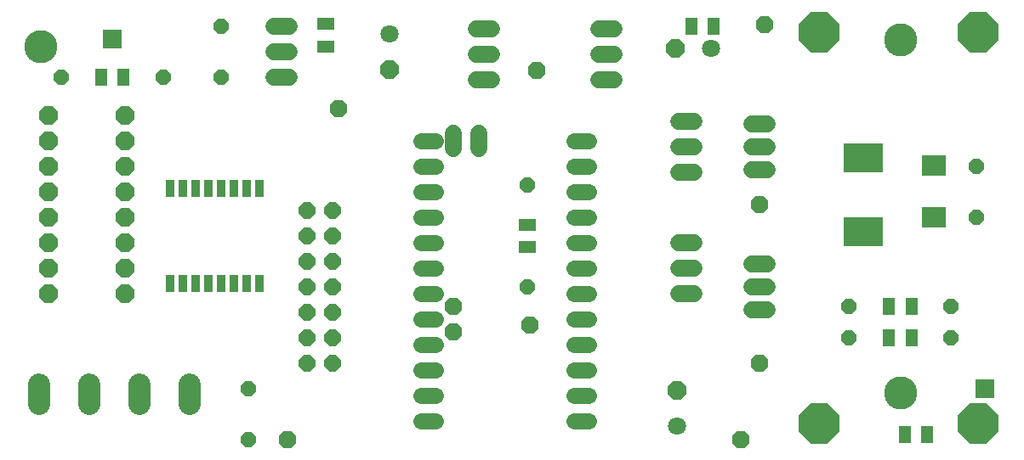
<source format=gbs>
G75*
G70*
%OFA0B0*%
%FSLAX24Y24*%
%IPPOS*%
%LPD*%
%AMOC8*
5,1,8,0,0,1.08239X$1,22.5*
%
%ADD10C,0.1300*%
%ADD11OC8,0.0640*%
%ADD12R,0.0491X0.0710*%
%ADD13R,0.0946X0.0789*%
%ADD14R,0.1576X0.1182*%
%ADD15OC8,0.1580*%
%ADD16C,0.0680*%
%ADD17R,0.0710X0.0491*%
%ADD18R,0.0750X0.0750*%
%ADD19C,0.0860*%
%ADD20C,0.0640*%
%ADD21OC8,0.0710*%
%ADD22C,0.0710*%
%ADD23OC8,0.0680*%
%ADD24OC8,0.0600*%
%ADD25R,0.0380X0.0680*%
D10*
X001672Y017117D03*
X035359Y017367D03*
X035354Y003492D03*
D11*
X013097Y004667D03*
X012097Y004667D03*
X012097Y005667D03*
X013097Y005667D03*
X013097Y006667D03*
X012097Y006667D03*
X012097Y007667D03*
X013097Y007667D03*
X013097Y008667D03*
X012097Y008667D03*
X012097Y009667D03*
X013097Y009667D03*
X013097Y010667D03*
X012097Y010667D03*
D12*
X004915Y015917D03*
X004028Y015917D03*
X027153Y017917D03*
X028040Y017917D03*
X034903Y006917D03*
X035790Y006917D03*
X035790Y005667D03*
X034903Y005667D03*
X035528Y001855D03*
X036415Y001855D03*
D13*
X036659Y010413D03*
X036659Y012421D03*
D14*
X033909Y012749D03*
X033909Y009835D03*
D15*
X032159Y002292D03*
X038409Y002292D03*
X038409Y017667D03*
X032159Y017667D03*
D16*
X030147Y014067D02*
X029547Y014067D01*
X029547Y013167D02*
X030147Y013167D01*
X030147Y012267D02*
X029547Y012267D01*
X027272Y012167D02*
X026672Y012167D01*
X026672Y013167D02*
X027272Y013167D01*
X027272Y014167D02*
X026672Y014167D01*
X024147Y015792D02*
X023547Y015792D01*
X023547Y016792D02*
X024147Y016792D01*
X024147Y017792D02*
X023547Y017792D01*
X019334Y017792D02*
X018734Y017792D01*
X018734Y016792D02*
X019334Y016792D01*
X019334Y015792D02*
X018734Y015792D01*
X018847Y013717D02*
X018847Y013117D01*
X017847Y013117D02*
X017847Y013717D01*
X011397Y015917D02*
X010797Y015917D01*
X010797Y016917D02*
X011397Y016917D01*
X011397Y017917D02*
X010797Y017917D01*
X026672Y009417D02*
X027272Y009417D01*
X027272Y008417D02*
X026672Y008417D01*
X026672Y007417D02*
X027272Y007417D01*
X029547Y007667D02*
X030147Y007667D01*
X030147Y006767D02*
X029547Y006767D01*
X029547Y008567D02*
X030147Y008567D01*
D17*
X020722Y009223D03*
X020722Y010111D03*
X012847Y017098D03*
X012847Y017986D03*
D18*
X004472Y017417D03*
X038659Y003667D03*
D19*
X001602Y003833D02*
X001602Y003053D01*
X003562Y003053D02*
X003562Y003833D01*
X005542Y003833D02*
X005542Y003053D01*
X007502Y003053D02*
X007502Y003833D01*
D20*
X016567Y003417D02*
X017127Y003417D01*
X017127Y002417D02*
X016567Y002417D01*
X016567Y004417D02*
X017127Y004417D01*
X017127Y005417D02*
X016567Y005417D01*
X016567Y006417D02*
X017127Y006417D01*
X017127Y007417D02*
X016567Y007417D01*
X016567Y008417D02*
X017127Y008417D01*
X017127Y009417D02*
X016567Y009417D01*
X016567Y010417D02*
X017127Y010417D01*
X017127Y011417D02*
X016567Y011417D01*
X016567Y012417D02*
X017127Y012417D01*
X017127Y013417D02*
X016567Y013417D01*
X022567Y013417D02*
X023127Y013417D01*
X023127Y012417D02*
X022567Y012417D01*
X022567Y011417D02*
X023127Y011417D01*
X023127Y010417D02*
X022567Y010417D01*
X022567Y009417D02*
X023127Y009417D01*
X023127Y008417D02*
X022567Y008417D01*
X022567Y007417D02*
X023127Y007417D01*
X023127Y006417D02*
X022567Y006417D01*
X022567Y005417D02*
X023127Y005417D01*
X023127Y004417D02*
X022567Y004417D01*
X022567Y003417D02*
X023127Y003417D01*
X023127Y002417D02*
X022567Y002417D01*
D21*
X026597Y003617D03*
X004972Y007417D03*
X004972Y008417D03*
X004972Y009417D03*
X004972Y010417D03*
X004972Y011417D03*
X004972Y012417D03*
X004972Y013417D03*
X004972Y014417D03*
X001972Y014417D03*
X001972Y013417D03*
X001972Y012417D03*
X001972Y011417D03*
X001972Y010417D03*
X001972Y009417D03*
X001972Y008417D03*
X001972Y007417D03*
X015347Y016217D03*
X026522Y017042D03*
D22*
X027922Y017042D03*
X015347Y017617D03*
X026597Y002217D03*
D23*
X029097Y001667D03*
X029847Y004667D03*
X020847Y006167D03*
X017847Y005917D03*
X017847Y006917D03*
X011347Y001667D03*
X029847Y010917D03*
X021097Y016167D03*
X013347Y014667D03*
X030034Y017980D03*
D24*
X038347Y012417D03*
X038347Y010417D03*
X037347Y006917D03*
X037347Y005667D03*
X033347Y005667D03*
X033347Y006917D03*
X020722Y007667D03*
X020722Y011667D03*
X008722Y015917D03*
X006472Y015917D03*
X002472Y015917D03*
X008722Y017917D03*
X009784Y003667D03*
X009784Y001667D03*
D25*
X009722Y007787D03*
X010222Y007787D03*
X009222Y007787D03*
X008722Y007787D03*
X008222Y007787D03*
X007722Y007787D03*
X007222Y007787D03*
X006722Y007787D03*
X006722Y011547D03*
X007222Y011547D03*
X007722Y011547D03*
X008222Y011547D03*
X008722Y011547D03*
X009222Y011547D03*
X009722Y011547D03*
X010222Y011547D03*
M02*

</source>
